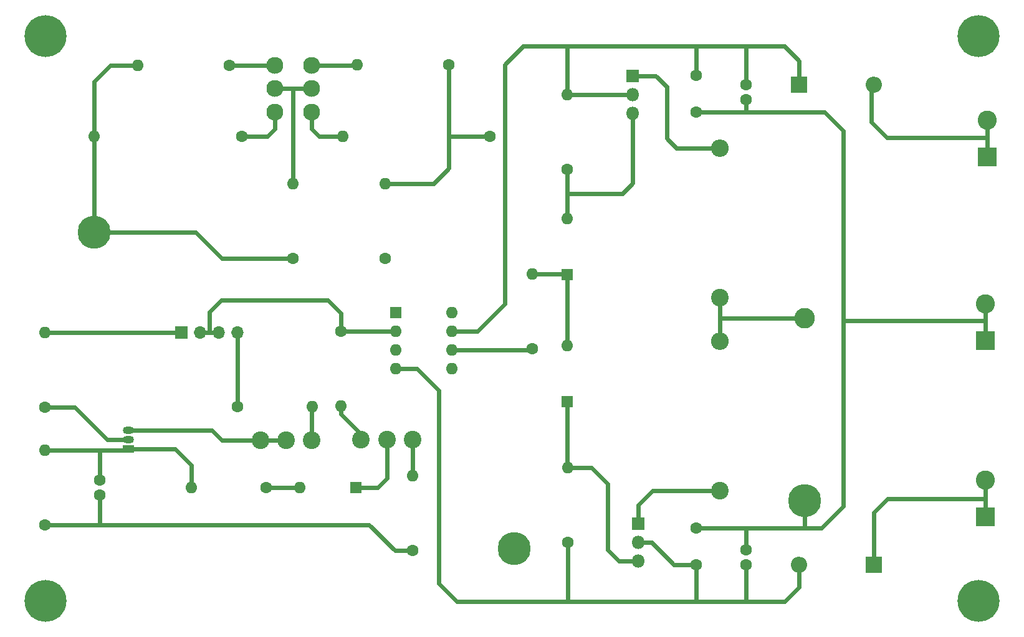
<source format=gbr>
%TF.GenerationSoftware,KiCad,Pcbnew,(7.0.0)*%
%TF.CreationDate,2023-03-06T20:11:15+02:00*%
%TF.ProjectId,Oscilator,4f736369-6c61-4746-9f72-2e6b69636164,rev?*%
%TF.SameCoordinates,Original*%
%TF.FileFunction,Copper,L1,Top*%
%TF.FilePolarity,Positive*%
%FSLAX46Y46*%
G04 Gerber Fmt 4.6, Leading zero omitted, Abs format (unit mm)*
G04 Created by KiCad (PCBNEW (7.0.0)) date 2023-03-06 20:11:15*
%MOMM*%
%LPD*%
G01*
G04 APERTURE LIST*
%TA.AperFunction,ComponentPad*%
%ADD10C,1.600000*%
%TD*%
%TA.AperFunction,ComponentPad*%
%ADD11O,1.600000X1.600000*%
%TD*%
%TA.AperFunction,ComponentPad*%
%ADD12C,4.500000*%
%TD*%
%TA.AperFunction,ComponentPad*%
%ADD13C,2.800000*%
%TD*%
%TA.AperFunction,ComponentPad*%
%ADD14C,2.300000*%
%TD*%
%TA.AperFunction,ComponentPad*%
%ADD15C,2.400000*%
%TD*%
%TA.AperFunction,ComponentPad*%
%ADD16R,2.600000X2.600000*%
%TD*%
%TA.AperFunction,ComponentPad*%
%ADD17C,2.600000*%
%TD*%
%TA.AperFunction,ComponentPad*%
%ADD18O,2.400000X2.400000*%
%TD*%
%TA.AperFunction,ComponentPad*%
%ADD19C,3.600000*%
%TD*%
%TA.AperFunction,ConnectorPad*%
%ADD20C,5.700000*%
%TD*%
%TA.AperFunction,ComponentPad*%
%ADD21R,2.200000X2.200000*%
%TD*%
%TA.AperFunction,ComponentPad*%
%ADD22O,2.200000X2.200000*%
%TD*%
%TA.AperFunction,ComponentPad*%
%ADD23R,1.800000X1.800000*%
%TD*%
%TA.AperFunction,ComponentPad*%
%ADD24O,1.800000X1.800000*%
%TD*%
%TA.AperFunction,ComponentPad*%
%ADD25R,1.600000X1.600000*%
%TD*%
%TA.AperFunction,ComponentPad*%
%ADD26R,1.500000X1.050000*%
%TD*%
%TA.AperFunction,ComponentPad*%
%ADD27O,1.500000X1.050000*%
%TD*%
%TA.AperFunction,ComponentPad*%
%ADD28R,1.700000X1.700000*%
%TD*%
%TA.AperFunction,ComponentPad*%
%ADD29O,1.700000X1.700000*%
%TD*%
%TA.AperFunction,Conductor*%
%ADD30C,0.600000*%
%TD*%
G04 APERTURE END LIST*
D10*
%TO.P,Cr3,1*%
%TO.N,Net-(SW1B-C)*%
X88250000Y-69750000D03*
D11*
%TO.P,Cr3,2*%
%TO.N,GND*%
X68249999Y-69749999D03*
%TD*%
D10*
%TO.P,Cr1,1*%
%TO.N,Net-(Cr1-Pad1)*%
X122000000Y-69750000D03*
D11*
%TO.P,Cr1,2*%
%TO.N,Net-(SW1A-C)*%
X101999999Y-69749999D03*
%TD*%
D10*
%TO.P,Cr2,1*%
%TO.N,Net-(Cr1-Pad1)*%
X116409282Y-60042114D03*
D11*
%TO.P,Cr2,2*%
%TO.N,Net-(SW1A-A)*%
X103909281Y-60042113D03*
%TD*%
D10*
%TO.P,Cr4,1*%
%TO.N,Net-(SW1B-A)*%
X86636084Y-60050067D03*
D11*
%TO.P,Cr4,2*%
%TO.N,GND*%
X74136083Y-60050066D03*
%TD*%
D12*
%TO.P,TP4,1,1*%
%TO.N,GND*%
X68250000Y-82750000D03*
%TD*%
%TO.P,TP3,1,1*%
%TO.N,GND*%
X125250000Y-125750000D03*
%TD*%
%TO.P,TP2,1,1*%
%TO.N,GND*%
X164750000Y-119250000D03*
%TD*%
D13*
%TO.P,TP1,1,1*%
%TO.N,OUT*%
X164750000Y-94500000D03*
%TD*%
D14*
%TO.P,SW1,1,A*%
%TO.N,Net-(SW1A-A)*%
X97750000Y-60050000D03*
%TO.P,SW1,2,B*%
%TO.N,Net-(SW1A-B)*%
X97750000Y-63250000D03*
%TO.P,SW1,3,C*%
%TO.N,Net-(SW1A-C)*%
X97750000Y-66450000D03*
%TO.P,SW1,4,A*%
%TO.N,Net-(SW1B-A)*%
X92750000Y-60050000D03*
%TO.P,SW1,5,B*%
%TO.N,Net-(SW1A-B)*%
X92750000Y-63250000D03*
%TO.P,SW1,6,C*%
%TO.N,Net-(SW1B-C)*%
X92750000Y-66450000D03*
%TD*%
D15*
%TO.P,P2,1,1*%
%TO.N,Net-(P2-Pad1)*%
X111500000Y-111000000D03*
%TO.P,P2,2,2*%
%TO.N,Net-(D1-K)*%
X108000000Y-111000000D03*
%TO.P,P2,3,3*%
%TO.N,OUT*%
X104500000Y-111000000D03*
%TD*%
%TO.P,P1,1,1*%
%TO.N,GND*%
X90788344Y-111085720D03*
%TO.P,P1,2,2*%
X94288344Y-111085720D03*
%TO.P,P1,3,3*%
%TO.N,Net-(P1-Pad3)*%
X97788344Y-111085720D03*
%TD*%
D10*
%TO.P,R10,1*%
%TO.N,GND*%
X61500000Y-122580000D03*
D11*
%TO.P,R10,2*%
%TO.N,Net-(Q3-G)*%
X61499999Y-112419999D03*
%TD*%
D16*
%TO.P,J3,1,Pin_1*%
%TO.N,GND*%
X189304999Y-97499999D03*
D17*
%TO.P,J3,2,Pin_2*%
X189305000Y-92500000D03*
%TD*%
D10*
%TO.P,C1,1*%
%TO.N,Net-(Q3-G)*%
X69000000Y-116500000D03*
%TO.P,C1,2*%
%TO.N,GND*%
X69000000Y-118500000D03*
%TD*%
%TO.P,C4,1*%
%TO.N,GND*%
X156750000Y-126000000D03*
%TO.P,C4,2*%
%TO.N,Net-(D2-A)*%
X156750000Y-128000000D03*
%TD*%
D15*
%TO.P,R8,1*%
%TO.N,OUT*%
X153250000Y-91660000D03*
D18*
%TO.P,R8,2*%
%TO.N,Net-(Q1-E)*%
X153249999Y-71339999D03*
%TD*%
D19*
%TO.P,H2,1*%
%TO.N,N/C*%
X188400000Y-56100000D03*
D20*
X188400000Y-56100000D03*
%TD*%
D21*
%TO.P,D3,1,K*%
%TO.N,Net-(D3-K)*%
X163999999Y-62749999D03*
D22*
%TO.P,D3,2,A*%
%TO.N,+12VA*%
X174159999Y-62749999D03*
%TD*%
D15*
%TO.P,R9,1*%
%TO.N,Net-(Q2-E)*%
X153250000Y-117910000D03*
D18*
%TO.P,R9,2*%
%TO.N,OUT*%
X153249999Y-97589999D03*
%TD*%
D23*
%TO.P,Q2,1,E*%
%TO.N,Net-(Q2-E)*%
X142124999Y-122419999D03*
D24*
%TO.P,Q2,2,C*%
%TO.N,Net-(D2-A)*%
X142124999Y-124959999D03*
%TO.P,Q2,3,B*%
%TO.N,Net-(D5-K)*%
X142124999Y-127499999D03*
%TD*%
D10*
%TO.P,R7,1*%
%TO.N,Net-(D4-A)*%
X132499604Y-74200184D03*
D11*
%TO.P,R7,2*%
%TO.N,Net-(D3-K)*%
X132499603Y-64040183D03*
%TD*%
D10*
%TO.P,R3,1*%
%TO.N,Net-(J1-Pin_4)*%
X87657722Y-106474740D03*
D11*
%TO.P,R3,2*%
%TO.N,Net-(P1-Pad3)*%
X97817721Y-106474739D03*
%TD*%
D25*
%TO.P,D5,1,K*%
%TO.N,Net-(D5-K)*%
X132499999Y-105809999D03*
D11*
%TO.P,D5,2,A*%
%TO.N,Net-(D4-K)*%
X132499999Y-98189999D03*
%TD*%
D10*
%TO.P,C2,1*%
%TO.N,Net-(D3-K)*%
X150000000Y-61470609D03*
%TO.P,C2,2*%
%TO.N,GND*%
X150000000Y-66470609D03*
%TD*%
%TO.P,Rr3,1*%
%TO.N,GND*%
X95250000Y-86330000D03*
D11*
%TO.P,Rr3,2*%
%TO.N,Net-(SW1A-B)*%
X95249999Y-76169999D03*
%TD*%
D10*
%TO.P,C5,1*%
%TO.N,Net-(D2-A)*%
X150000000Y-128000000D03*
%TO.P,C5,2*%
%TO.N,GND*%
X150000000Y-123000000D03*
%TD*%
D25*
%TO.P,D4,1,K*%
%TO.N,Net-(D4-K)*%
X132499999Y-88559999D03*
D11*
%TO.P,D4,2,A*%
%TO.N,Net-(D4-A)*%
X132499999Y-80939999D03*
%TD*%
D19*
%TO.P,H4,1*%
%TO.N,N/C*%
X188400000Y-132900000D03*
D20*
X188400000Y-132900000D03*
%TD*%
D10*
%TO.P,Rr1,1*%
%TO.N,Net-(J1-Pin_2)*%
X101765084Y-96247824D03*
D11*
%TO.P,Rr1,2*%
%TO.N,OUT*%
X101765083Y-106407823D03*
%TD*%
D19*
%TO.P,H1,1*%
%TO.N,N/C*%
X61600000Y-132900000D03*
D20*
X61600000Y-132900000D03*
%TD*%
D26*
%TO.P,Q3,1,G*%
%TO.N,Net-(Q3-G)*%
X72859999Y-112269999D03*
D27*
%TO.P,Q3,2,S*%
%TO.N,Net-(Q3-S)*%
X72859999Y-110999999D03*
%TO.P,Q3,3,D*%
%TO.N,GND*%
X72859999Y-109729999D03*
%TD*%
D16*
%TO.P,J4,1,Pin_1*%
%TO.N,-12VA*%
X189304999Y-121499999D03*
D17*
%TO.P,J4,2,Pin_2*%
X189305000Y-116500000D03*
%TD*%
D10*
%TO.P,R6,1*%
%TO.N,Net-(D2-A)*%
X132533442Y-124943720D03*
D11*
%TO.P,R6,2*%
%TO.N,Net-(D5-K)*%
X132533441Y-114783719D03*
%TD*%
D25*
%TO.P,U1,1,NULL*%
%TO.N,unconnected-(U1-NULL-Pad1)*%
X109199999Y-93699999D03*
D11*
%TO.P,U1,2,-*%
%TO.N,Net-(J1-Pin_2)*%
X109199999Y-96239999D03*
%TO.P,U1,3,+*%
%TO.N,Net-(SW1A-B)*%
X109199999Y-98779999D03*
%TO.P,U1,4,V-*%
%TO.N,Net-(D2-A)*%
X109199999Y-101319999D03*
%TO.P,U1,5,NULL*%
%TO.N,unconnected-(U1-NULL-Pad5)*%
X116819999Y-101319999D03*
%TO.P,U1,6*%
%TO.N,Net-(R5-Pad1)*%
X116819999Y-98779999D03*
%TO.P,U1,7,V+*%
%TO.N,Net-(D3-K)*%
X116819999Y-96239999D03*
%TO.P,U1,8,NC*%
%TO.N,unconnected-(U1-NC-Pad8)*%
X116819999Y-93699999D03*
%TD*%
%TO.P,R5,2*%
%TO.N,Net-(D4-K)*%
X127749999Y-88419999D03*
D10*
%TO.P,R5,1*%
%TO.N,Net-(R5-Pad1)*%
X127750000Y-98580000D03*
%TD*%
D28*
%TO.P,J1,1,Pin_1*%
%TO.N,Net-(J1-Pin_1)*%
X80100483Y-96416897D03*
D29*
%TO.P,J1,2,Pin_2*%
%TO.N,Net-(J1-Pin_2)*%
X82640483Y-96416897D03*
%TO.P,J1,3,Pin_3*%
X85180483Y-96416897D03*
%TO.P,J1,4,Pin_4*%
%TO.N,Net-(J1-Pin_4)*%
X87720483Y-96416897D03*
%TD*%
D10*
%TO.P,R2,1*%
%TO.N,Net-(D1-A)*%
X91580000Y-117500000D03*
D11*
%TO.P,R2,2*%
%TO.N,Net-(Q3-G)*%
X81419999Y-117499999D03*
%TD*%
D10*
%TO.P,Rr2,1*%
%TO.N,OUT*%
X107750000Y-86330000D03*
D11*
%TO.P,Rr2,2*%
%TO.N,Net-(Cr1-Pad1)*%
X107749999Y-76169999D03*
%TD*%
D16*
%TO.P,J2,1,Pin_1*%
%TO.N,+12VA*%
X189554999Y-72499999D03*
D17*
%TO.P,J2,2,Pin_2*%
X189555000Y-67500000D03*
%TD*%
D10*
%TO.P,C3,1*%
%TO.N,GND*%
X156750000Y-64750000D03*
%TO.P,C3,2*%
%TO.N,Net-(D3-K)*%
X156750000Y-62750000D03*
%TD*%
D25*
%TO.P,D1,1,K*%
%TO.N,Net-(D1-K)*%
X103809999Y-117499999D03*
D11*
%TO.P,D1,2,A*%
%TO.N,Net-(D1-A)*%
X96189999Y-117499999D03*
%TD*%
D21*
%TO.P,D2,1,K*%
%TO.N,-12VA*%
X174159999Y-127999999D03*
D22*
%TO.P,D2,2,A*%
%TO.N,Net-(D2-A)*%
X163999999Y-127999999D03*
%TD*%
D10*
%TO.P,R1,1*%
%TO.N,Net-(Q3-S)*%
X61500000Y-106580000D03*
D11*
%TO.P,R1,2*%
%TO.N,Net-(J1-Pin_1)*%
X61499999Y-96419999D03*
%TD*%
D23*
%TO.P,Q1,1,E*%
%TO.N,Net-(Q1-E)*%
X141374999Y-61499999D03*
D24*
%TO.P,Q1,2,C*%
%TO.N,Net-(D3-K)*%
X141374999Y-64039999D03*
%TO.P,Q1,3,B*%
%TO.N,Net-(D4-A)*%
X141374999Y-66579999D03*
%TD*%
D19*
%TO.P,H3,1*%
%TO.N,N/C*%
X61600000Y-56100000D03*
D20*
X61600000Y-56100000D03*
%TD*%
D10*
%TO.P,R4,1*%
%TO.N,GND*%
X111500000Y-126080000D03*
D11*
%TO.P,R4,2*%
%TO.N,Net-(P2-Pad1)*%
X111499999Y-115919999D03*
%TD*%
D30*
%TO.N,Net-(SW1A-A)*%
X103901396Y-60050000D02*
X103909282Y-60042114D01*
X97750000Y-60050000D02*
X103901396Y-60050000D01*
%TO.N,GND*%
X82000000Y-82750000D02*
X85580000Y-86330000D01*
X68250000Y-82750000D02*
X82000000Y-82750000D01*
X85580000Y-86330000D02*
X95250000Y-86330000D01*
X70449933Y-60050067D02*
X74136084Y-60050067D01*
X68250000Y-62250000D02*
X70449933Y-60050067D01*
X68250000Y-69750000D02*
X68250000Y-62250000D01*
X68250000Y-82750000D02*
X68250000Y-69750000D01*
%TO.N,Net-(SW1B-A)*%
X92749933Y-60050067D02*
X92750000Y-60050000D01*
X86636084Y-60050067D02*
X92749933Y-60050067D01*
%TO.N,Net-(SW1B-C)*%
X91750000Y-69750000D02*
X88250000Y-69750000D01*
X92750000Y-66450000D02*
X92750000Y-68750000D01*
X92750000Y-68750000D02*
X91750000Y-69750000D01*
%TO.N,Net-(Cr1-Pad1)*%
X122000000Y-69750000D02*
X116409282Y-69750000D01*
X116409282Y-70000000D02*
X116409282Y-74090718D01*
X116409282Y-60042114D02*
X116409282Y-70000000D01*
X114330000Y-76170000D02*
X107750000Y-76170000D01*
X116409282Y-74090718D02*
X114330000Y-76170000D01*
%TO.N,Net-(SW1A-C)*%
X97750000Y-68750000D02*
X98750000Y-69750000D01*
X98750000Y-69750000D02*
X102000000Y-69750000D01*
X97750000Y-66450000D02*
X97750000Y-68750000D01*
%TO.N,Net-(R5-Pad1)*%
X127541241Y-98788759D02*
X127750000Y-98580000D01*
X120816568Y-98788759D02*
X127541241Y-98788759D01*
X120807809Y-98780000D02*
X120816568Y-98788759D01*
X116820000Y-98780000D02*
X120807809Y-98780000D01*
%TO.N,Net-(D4-K)*%
X132360000Y-88420000D02*
X132500000Y-88560000D01*
X127750000Y-88420000D02*
X132360000Y-88420000D01*
%TO.N,Net-(D3-K)*%
X126500000Y-57500000D02*
X132500000Y-57500000D01*
X124000000Y-92500000D02*
X124000000Y-60000000D01*
X124000000Y-60000000D02*
X126500000Y-57500000D01*
X120260000Y-96240000D02*
X124000000Y-92500000D01*
X116820000Y-96240000D02*
X120260000Y-96240000D01*
%TO.N,Net-(Q3-G)*%
X69000000Y-112500000D02*
X68920000Y-112420000D01*
X69000000Y-116000000D02*
X69000000Y-112500000D01*
X68920000Y-112420000D02*
X72710000Y-112420000D01*
X79270000Y-112270000D02*
X72860000Y-112270000D01*
X61500000Y-112420000D02*
X68920000Y-112420000D01*
X72710000Y-112420000D02*
X72860000Y-112270000D01*
X81420000Y-117500000D02*
X81420000Y-114420000D01*
X81420000Y-114420000D02*
X79270000Y-112270000D01*
%TO.N,GND*%
X189305000Y-92500000D02*
X189305000Y-94805000D01*
X150014184Y-66470609D02*
X156970609Y-66470609D01*
X156750000Y-123250000D02*
X156500000Y-123000000D01*
X85585720Y-111085720D02*
X90788344Y-111085720D01*
X69000000Y-118500000D02*
X69000000Y-122500000D01*
X150000000Y-123000000D02*
X156500000Y-123000000D01*
X69080000Y-122580000D02*
X105580000Y-122580000D01*
X156500000Y-123000000D02*
X164750000Y-123000000D01*
X156750000Y-66250000D02*
X156970609Y-66470609D01*
X69000000Y-122500000D02*
X69080000Y-122580000D01*
X170000000Y-120000000D02*
X170000000Y-95000000D01*
X164750000Y-123000000D02*
X167000000Y-123000000D01*
X189305000Y-95305000D02*
X189305000Y-97500000D01*
X189305000Y-94805000D02*
X170195000Y-94805000D01*
X94288344Y-111085720D02*
X90788344Y-111085720D01*
X156750000Y-126000000D02*
X156750000Y-123250000D01*
X105580000Y-122580000D02*
X109080000Y-126080000D01*
X189305000Y-94805000D02*
X189305000Y-95305000D01*
X167470609Y-66470609D02*
X156970609Y-66470609D01*
X109080000Y-126080000D02*
X111500000Y-126080000D01*
X170000000Y-94000000D02*
X170000000Y-91000000D01*
X156750000Y-64750000D02*
X156750000Y-66250000D01*
X170000000Y-95000000D02*
X170000000Y-94000000D01*
X84230000Y-109730000D02*
X85585720Y-111085720D01*
X164750000Y-119250000D02*
X164750000Y-123000000D01*
X72860000Y-109730000D02*
X84230000Y-109730000D01*
X170000000Y-69000000D02*
X167470609Y-66470609D01*
X167000000Y-123000000D02*
X170000000Y-120000000D01*
X170195000Y-94805000D02*
X170000000Y-95000000D01*
X170000000Y-91000000D02*
X170000000Y-69000000D01*
X61500000Y-122580000D02*
X69080000Y-122580000D01*
%TO.N,Net-(D3-K)*%
X132499604Y-57500396D02*
X132500000Y-57500000D01*
X150250000Y-57500000D02*
X156750000Y-57500000D01*
X132499604Y-64040184D02*
X141374816Y-64040184D01*
X150014184Y-57735816D02*
X150014184Y-61470609D01*
X164000000Y-62750000D02*
X164000000Y-59500000D01*
X162000000Y-57500000D02*
X156750000Y-57500000D01*
X141374816Y-64040184D02*
X141375000Y-64040000D01*
X134000000Y-57500000D02*
X150250000Y-57500000D01*
X150250000Y-57500000D02*
X150014184Y-57735816D01*
X132499604Y-64040184D02*
X132499604Y-57500396D01*
X156750000Y-62750000D02*
X156750000Y-57500000D01*
X163670000Y-62420000D02*
X164000000Y-62750000D01*
X164000000Y-59500000D02*
X162000000Y-57500000D01*
X132500000Y-57500000D02*
X134000000Y-57500000D01*
%TO.N,Net-(D2-A)*%
X134500000Y-133000000D02*
X132750000Y-133000000D01*
X150000000Y-128000000D02*
X150000000Y-133000000D01*
X142108720Y-124943720D02*
X142125000Y-124960000D01*
X150000000Y-133000000D02*
X157000000Y-133000000D01*
X164000000Y-131000000D02*
X164000000Y-128000000D01*
X115000000Y-104250000D02*
X115000000Y-130500000D01*
X112070000Y-101320000D02*
X115000000Y-104250000D01*
X142125000Y-124960000D02*
X143960000Y-124960000D01*
X132533442Y-124943720D02*
X132533442Y-132783442D01*
X156750000Y-132750000D02*
X157000000Y-133000000D01*
X157000000Y-133000000D02*
X162000000Y-133000000D01*
X134500000Y-133000000D02*
X150000000Y-133000000D01*
X115000000Y-130500000D02*
X117500000Y-133000000D01*
X109200000Y-101320000D02*
X112070000Y-101320000D01*
X147000000Y-128000000D02*
X150000000Y-128000000D01*
X132533442Y-132783442D02*
X132750000Y-133000000D01*
X117500000Y-133000000D02*
X132750000Y-133000000D01*
X156750000Y-128000000D02*
X156750000Y-132750000D01*
X143960000Y-124960000D02*
X147000000Y-128000000D01*
X162000000Y-133000000D02*
X164000000Y-131000000D01*
%TO.N,Net-(SW1B-C)*%
X92741791Y-66458209D02*
X92750000Y-66450000D01*
%TO.N,Net-(D1-K)*%
X108000000Y-116250000D02*
X108000000Y-111000000D01*
X106750000Y-117500000D02*
X108000000Y-116250000D01*
X103810000Y-117500000D02*
X106750000Y-117500000D01*
%TO.N,Net-(D1-A)*%
X91580000Y-117500000D02*
X96190000Y-117500000D01*
%TO.N,-12VA*%
X176000000Y-119000000D02*
X189000000Y-119000000D01*
X174160000Y-120840000D02*
X176000000Y-119000000D01*
X189305000Y-116500000D02*
X189305000Y-121500000D01*
X174160000Y-128000000D02*
X174160000Y-120840000D01*
%TO.N,+12VA*%
X189555000Y-67500000D02*
X189555000Y-69945000D01*
X173830000Y-67830000D02*
X175945000Y-69945000D01*
X173830000Y-62750000D02*
X173830000Y-67830000D01*
X175945000Y-69945000D02*
X189555000Y-69945000D01*
X189555000Y-69945000D02*
X189555000Y-72500000D01*
%TO.N,Net-(D4-K)*%
X132500000Y-88560000D02*
X132500000Y-98190000D01*
%TO.N,Net-(D4-A)*%
X141375000Y-66580000D02*
X141375000Y-76125000D01*
X140000000Y-77500000D02*
X132750000Y-77500000D01*
X141375000Y-76125000D02*
X140000000Y-77500000D01*
X132500000Y-80940000D02*
X132500000Y-74200580D01*
X132500000Y-74200580D02*
X132499604Y-74200184D01*
%TO.N,Net-(D5-K)*%
X139500000Y-127500000D02*
X138000000Y-126000000D01*
X142125000Y-127500000D02*
X139500000Y-127500000D01*
X132500000Y-114750278D02*
X132533442Y-114783720D01*
X132500000Y-105810000D02*
X132500000Y-114750278D01*
X138000000Y-117000000D02*
X135783720Y-114783720D01*
X135783720Y-114783720D02*
X132533442Y-114783720D01*
X138000000Y-126000000D02*
X138000000Y-117000000D01*
%TO.N,Net-(J1-Pin_1)*%
X80100484Y-96416898D02*
X61503102Y-96416898D01*
X61503102Y-96416898D02*
X61500000Y-96420000D01*
%TO.N,Net-(J1-Pin_2)*%
X109192176Y-96247824D02*
X109200000Y-96240000D01*
X100000000Y-92000000D02*
X85500000Y-92000000D01*
X83916898Y-93583102D02*
X83916898Y-96416898D01*
X83916898Y-96416898D02*
X82640484Y-96416898D01*
X101765084Y-96247824D02*
X101765084Y-93765084D01*
X85180484Y-96416898D02*
X83916898Y-96416898D01*
X85500000Y-92000000D02*
X83916898Y-93583102D01*
X101765084Y-96247824D02*
X109192176Y-96247824D01*
X101765084Y-93765084D02*
X100000000Y-92000000D01*
%TO.N,Net-(J1-Pin_4)*%
X87720484Y-106411978D02*
X87657722Y-106474740D01*
X87720484Y-96416898D02*
X87720484Y-106411978D01*
%TO.N,Net-(P1-Pad3)*%
X97788344Y-111085720D02*
X97788344Y-106504118D01*
X97788344Y-106504118D02*
X97817722Y-106474740D01*
%TO.N,Net-(P2-Pad1)*%
X111500000Y-115920000D02*
X111500000Y-111000000D01*
%TO.N,OUT*%
X164750000Y-94500000D02*
X153500000Y-94500000D01*
X101765084Y-107515084D02*
X104500000Y-110250000D01*
X101765084Y-106407824D02*
X101765084Y-107515084D01*
X153250000Y-94750000D02*
X153250000Y-91660000D01*
X153340000Y-91750000D02*
X153250000Y-91660000D01*
X104500000Y-110250000D02*
X104500000Y-111000000D01*
X153500000Y-94500000D02*
X153250000Y-94750000D01*
X153250000Y-97590000D02*
X153250000Y-94750000D01*
%TO.N,Net-(Q1-E)*%
X146000000Y-70000000D02*
X146000000Y-63000000D01*
X147340000Y-71340000D02*
X146000000Y-70000000D01*
X153250000Y-71340000D02*
X147340000Y-71340000D01*
X146000000Y-63000000D02*
X144500000Y-61500000D01*
X144500000Y-61500000D02*
X141375000Y-61500000D01*
%TO.N,Net-(Q2-E)*%
X144090000Y-117910000D02*
X142125000Y-119875000D01*
X142125000Y-119875000D02*
X142125000Y-122420000D01*
X153250000Y-117910000D02*
X144090000Y-117910000D01*
%TO.N,Net-(Q3-S)*%
X65580000Y-106580000D02*
X61500000Y-106580000D01*
X70000000Y-111000000D02*
X65580000Y-106580000D01*
X72860000Y-111000000D02*
X70000000Y-111000000D01*
%TO.N,Net-(SW1A-B)*%
X92750000Y-63250000D02*
X95250000Y-63250000D01*
X95250000Y-75670000D02*
X95250000Y-63250000D01*
X95250000Y-63250000D02*
X97750000Y-63250000D01*
%TD*%
M02*

</source>
